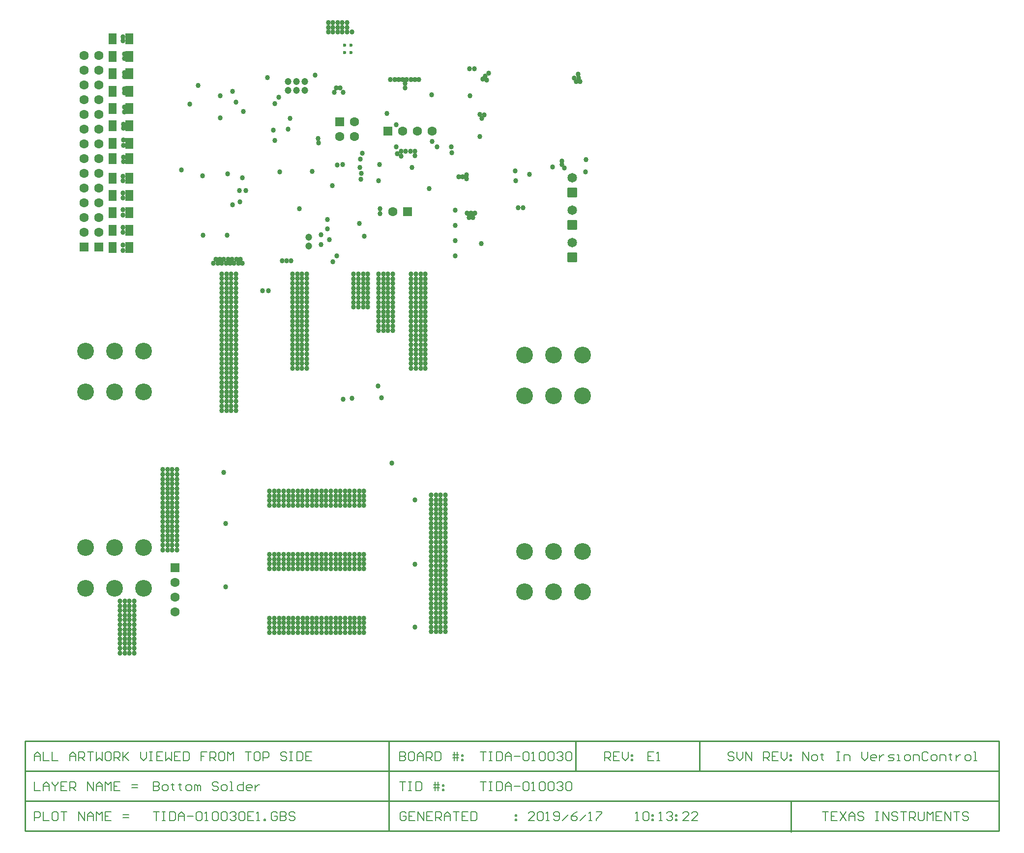
<source format=gbs>
G04 Layer_Color=16711935*
%FSAX25Y25*%
%MOIN*%
G70*
G01*
G75*
%ADD49C,0.01000*%
%ADD63C,0.00800*%
%ADD120R,0.05512X0.07677*%
%ADD140C,0.06299*%
%ADD141R,0.06299X0.06299*%
%ADD142C,0.11394*%
%ADD143C,0.04724*%
G04:AMPARAMS|DCode=144|XSize=64.96mil|YSize=64.96mil|CornerRadius=3.8mil|HoleSize=0mil|Usage=FLASHONLY|Rotation=90.000|XOffset=0mil|YOffset=0mil|HoleType=Round|Shape=RoundedRectangle|*
%AMROUNDEDRECTD144*
21,1,0.06496,0.05736,0,0,90.0*
21,1,0.05736,0.06496,0,0,90.0*
1,1,0.00760,0.02868,0.02868*
1,1,0.00760,0.02868,-0.02868*
1,1,0.00760,-0.02868,-0.02868*
1,1,0.00760,-0.02868,0.02868*
%
%ADD144ROUNDEDRECTD144*%
%ADD145C,0.06496*%
%ADD146R,0.06299X0.06299*%
%ADD147C,0.03394*%
%ADD148C,0.02362*%
G54D49*
X0559400Y0039400D02*
Y0059683D01*
X0440500Y0040050D02*
X0700200D01*
Y0101050D01*
X0286500Y0040050D02*
Y0101050D01*
X0040000Y0040050D02*
Y0101050D01*
X0040050Y0040050D02*
X0197600D01*
X0040050D02*
Y0101050D01*
Y0101050D02*
X0700200D01*
X0040000Y0040050D02*
X0440500D01*
X0040000Y0060383D02*
X0700000D01*
X0040000Y0080717D02*
X0700200D01*
X0413200D02*
Y0101050D01*
X0497200Y0080717D02*
Y0101050D01*
G54D63*
X0126900Y0073549D02*
Y0067551D01*
X0129899D01*
X0130899Y0068550D01*
Y0069550D01*
X0129899Y0070550D01*
X0126900D01*
X0129899D01*
X0130899Y0071549D01*
Y0072549D01*
X0129899Y0073549D01*
X0126900D01*
X0133898Y0067551D02*
X0135897D01*
X0136897Y0068550D01*
Y0070550D01*
X0135897Y0071549D01*
X0133898D01*
X0132898Y0070550D01*
Y0068550D01*
X0133898Y0067551D01*
X0139896Y0072549D02*
Y0071549D01*
X0138896D01*
X0140895D01*
X0139896D01*
Y0068550D01*
X0140895Y0067551D01*
X0144894Y0072549D02*
Y0071549D01*
X0143895D01*
X0145894D01*
X0144894D01*
Y0068550D01*
X0145894Y0067551D01*
X0149893D02*
X0151892D01*
X0152892Y0068550D01*
Y0070550D01*
X0151892Y0071549D01*
X0149893D01*
X0148893Y0070550D01*
Y0068550D01*
X0149893Y0067551D01*
X0154891D02*
Y0071549D01*
X0155891D01*
X0156890Y0070550D01*
Y0067551D01*
Y0070550D01*
X0157890Y0071549D01*
X0158890Y0070550D01*
Y0067551D01*
X0170886Y0072549D02*
X0169886Y0073549D01*
X0167887D01*
X0166887Y0072549D01*
Y0071549D01*
X0167887Y0070550D01*
X0169886D01*
X0170886Y0069550D01*
Y0068550D01*
X0169886Y0067551D01*
X0167887D01*
X0166887Y0068550D01*
X0173885Y0067551D02*
X0175884D01*
X0176884Y0068550D01*
Y0070550D01*
X0175884Y0071549D01*
X0173885D01*
X0172885Y0070550D01*
Y0068550D01*
X0173885Y0067551D01*
X0178883D02*
X0180883D01*
X0179883D01*
Y0073549D01*
X0178883D01*
X0187880D02*
Y0067551D01*
X0184881D01*
X0183882Y0068550D01*
Y0070550D01*
X0184881Y0071549D01*
X0187880D01*
X0192879Y0067551D02*
X0190879D01*
X0189880Y0068550D01*
Y0070550D01*
X0190879Y0071549D01*
X0192879D01*
X0193878Y0070550D01*
Y0069550D01*
X0189880D01*
X0195878Y0071549D02*
Y0067551D01*
Y0069550D01*
X0196877Y0070550D01*
X0197877Y0071549D01*
X0198877D01*
X0348550Y0073498D02*
X0352549D01*
X0350549D01*
Y0067500D01*
X0354548Y0073498D02*
X0356547D01*
X0355548D01*
Y0067500D01*
X0354548D01*
X0356547D01*
X0359546Y0073498D02*
Y0067500D01*
X0362545D01*
X0363545Y0068500D01*
Y0072498D01*
X0362545Y0073498D01*
X0359546D01*
X0365545Y0067500D02*
Y0071499D01*
X0367544Y0073498D01*
X0369543Y0071499D01*
Y0067500D01*
Y0070499D01*
X0365545D01*
X0371543D02*
X0375541D01*
X0377541Y0072498D02*
X0378540Y0073498D01*
X0380540D01*
X0381539Y0072498D01*
Y0068500D01*
X0380540Y0067500D01*
X0378540D01*
X0377541Y0068500D01*
Y0072498D01*
X0383539Y0067500D02*
X0385538D01*
X0384538D01*
Y0073498D01*
X0383539Y0072498D01*
X0388537D02*
X0389537Y0073498D01*
X0391536D01*
X0392536Y0072498D01*
Y0068500D01*
X0391536Y0067500D01*
X0389537D01*
X0388537Y0068500D01*
Y0072498D01*
X0394535D02*
X0395535Y0073498D01*
X0397534D01*
X0398534Y0072498D01*
Y0068500D01*
X0397534Y0067500D01*
X0395535D01*
X0394535Y0068500D01*
Y0072498D01*
X0400533D02*
X0401533Y0073498D01*
X0403532D01*
X0404532Y0072498D01*
Y0071499D01*
X0403532Y0070499D01*
X0402532D01*
X0403532D01*
X0404532Y0069499D01*
Y0068500D01*
X0403532Y0067500D01*
X0401533D01*
X0400533Y0068500D01*
X0406531Y0072498D02*
X0407531Y0073498D01*
X0409530D01*
X0410530Y0072498D01*
Y0068500D01*
X0409530Y0067500D01*
X0407531D01*
X0406531Y0068500D01*
Y0072498D01*
X0294000Y0073498D02*
X0297999D01*
X0295999D01*
Y0067500D01*
X0299998Y0073498D02*
X0301997D01*
X0300998D01*
Y0067500D01*
X0299998D01*
X0301997D01*
X0304996Y0073498D02*
Y0067500D01*
X0307996D01*
X0308995Y0068500D01*
Y0072498D01*
X0307996Y0073498D01*
X0304996D01*
X0317992Y0067500D02*
Y0073498D01*
X0319992D02*
Y0067500D01*
X0316993Y0071499D02*
X0319992D01*
X0320991D01*
X0316993Y0069499D02*
X0320991D01*
X0322991Y0071499D02*
X0323990D01*
Y0070499D01*
X0322991D01*
Y0071499D01*
Y0068500D02*
X0323990D01*
Y0067500D01*
X0322991D01*
Y0068500D01*
X0580500Y0052965D02*
X0584499D01*
X0582499D01*
Y0046966D01*
X0590497Y0052965D02*
X0586498D01*
Y0046966D01*
X0590497D01*
X0586498Y0049966D02*
X0588497D01*
X0592496Y0052965D02*
X0596495Y0046966D01*
Y0052965D02*
X0592496Y0046966D01*
X0598494D02*
Y0050965D01*
X0600493Y0052965D01*
X0602493Y0050965D01*
Y0046966D01*
Y0049966D01*
X0598494D01*
X0608491Y0051965D02*
X0607491Y0052965D01*
X0605492D01*
X0604492Y0051965D01*
Y0050965D01*
X0605492Y0049966D01*
X0607491D01*
X0608491Y0048966D01*
Y0047966D01*
X0607491Y0046966D01*
X0605492D01*
X0604492Y0047966D01*
X0616488Y0052965D02*
X0618488D01*
X0617488D01*
Y0046966D01*
X0616488D01*
X0618488D01*
X0621487D02*
Y0052965D01*
X0625486Y0046966D01*
Y0052965D01*
X0631484Y0051965D02*
X0630484Y0052965D01*
X0628484D01*
X0627485Y0051965D01*
Y0050965D01*
X0628484Y0049966D01*
X0630484D01*
X0631484Y0048966D01*
Y0047966D01*
X0630484Y0046966D01*
X0628484D01*
X0627485Y0047966D01*
X0633483Y0052965D02*
X0637482D01*
X0635482D01*
Y0046966D01*
X0639481D02*
Y0052965D01*
X0642480D01*
X0643480Y0051965D01*
Y0049966D01*
X0642480Y0048966D01*
X0639481D01*
X0641480D02*
X0643480Y0046966D01*
X0645479Y0052965D02*
Y0047966D01*
X0646479Y0046966D01*
X0648478D01*
X0649478Y0047966D01*
Y0052965D01*
X0651477Y0046966D02*
Y0052965D01*
X0653476Y0050965D01*
X0655476Y0052965D01*
Y0046966D01*
X0661474Y0052965D02*
X0657475D01*
Y0046966D01*
X0661474D01*
X0657475Y0049966D02*
X0659474D01*
X0663473Y0046966D02*
Y0052965D01*
X0667472Y0046966D01*
Y0052965D01*
X0669471D02*
X0673470D01*
X0671471D01*
Y0046966D01*
X0679468Y0051965D02*
X0678468Y0052965D01*
X0676469D01*
X0675469Y0051965D01*
Y0050965D01*
X0676469Y0049966D01*
X0678468D01*
X0679468Y0048966D01*
Y0047966D01*
X0678468Y0046966D01*
X0676469D01*
X0675469Y0047966D01*
X0454050Y0046966D02*
X0456049D01*
X0455050D01*
Y0052965D01*
X0454050Y0051965D01*
X0459048D02*
X0460048Y0052965D01*
X0462047D01*
X0463047Y0051965D01*
Y0047966D01*
X0462047Y0046966D01*
X0460048D01*
X0459048Y0047966D01*
Y0051965D01*
X0465046Y0050965D02*
X0466046D01*
Y0049966D01*
X0465046D01*
Y0050965D01*
Y0047966D02*
X0466046D01*
Y0046966D01*
X0465046D01*
Y0047966D01*
X0470045Y0046966D02*
X0472044D01*
X0471044D01*
Y0052965D01*
X0470045Y0051965D01*
X0475043D02*
X0476043Y0052965D01*
X0478042D01*
X0479042Y0051965D01*
Y0050965D01*
X0478042Y0049966D01*
X0477043D01*
X0478042D01*
X0479042Y0048966D01*
Y0047966D01*
X0478042Y0046966D01*
X0476043D01*
X0475043Y0047966D01*
X0481041Y0050965D02*
X0482041D01*
Y0049966D01*
X0481041D01*
Y0050965D01*
Y0047966D02*
X0482041D01*
Y0046966D01*
X0481041D01*
Y0047966D01*
X0490038Y0046966D02*
X0486040D01*
X0490038Y0050965D01*
Y0051965D01*
X0489039Y0052965D01*
X0487039D01*
X0486040Y0051965D01*
X0496036Y0046966D02*
X0492038D01*
X0496036Y0050965D01*
Y0051965D01*
X0495037Y0052965D01*
X0493037D01*
X0492038Y0051965D01*
X0046350Y0046966D02*
Y0052965D01*
X0049349D01*
X0050349Y0051965D01*
Y0049966D01*
X0049349Y0048966D01*
X0046350D01*
X0052348Y0052965D02*
Y0046966D01*
X0056347D01*
X0061345Y0052965D02*
X0059346D01*
X0058346Y0051965D01*
Y0047966D01*
X0059346Y0046966D01*
X0061345D01*
X0062345Y0047966D01*
Y0051965D01*
X0061345Y0052965D01*
X0064344D02*
X0068343D01*
X0066343D01*
Y0046966D01*
X0076340D02*
Y0052965D01*
X0080339Y0046966D01*
Y0052965D01*
X0082338Y0046966D02*
Y0050965D01*
X0084338Y0052965D01*
X0086337Y0050965D01*
Y0046966D01*
Y0049966D01*
X0082338D01*
X0088336Y0046966D02*
Y0052965D01*
X0090336Y0050965D01*
X0092335Y0052965D01*
Y0046966D01*
X0098333Y0052965D02*
X0094335D01*
Y0046966D01*
X0098333D01*
X0094335Y0049966D02*
X0096334D01*
X0106331Y0048966D02*
X0110329D01*
X0106331Y0050965D02*
X0110329D01*
X0046350Y0073549D02*
Y0067551D01*
X0050349D01*
X0052348D02*
Y0071549D01*
X0054347Y0073549D01*
X0056347Y0071549D01*
Y0067551D01*
Y0070550D01*
X0052348D01*
X0058346Y0073549D02*
Y0072549D01*
X0060346Y0070550D01*
X0062345Y0072549D01*
Y0073549D01*
X0060346Y0070550D02*
Y0067551D01*
X0068343Y0073549D02*
X0064344D01*
Y0067551D01*
X0068343D01*
X0064344Y0070550D02*
X0066343D01*
X0070342Y0067551D02*
Y0073549D01*
X0073341D01*
X0074341Y0072549D01*
Y0070550D01*
X0073341Y0069550D01*
X0070342D01*
X0072342D02*
X0074341Y0067551D01*
X0082338D02*
Y0073549D01*
X0086337Y0067551D01*
Y0073549D01*
X0088336Y0067551D02*
Y0071549D01*
X0090336Y0073549D01*
X0092335Y0071549D01*
Y0067551D01*
Y0070550D01*
X0088336D01*
X0094335Y0067551D02*
Y0073549D01*
X0096334Y0071549D01*
X0098333Y0073549D01*
Y0067551D01*
X0104331Y0073549D02*
X0100332D01*
Y0067551D01*
X0104331D01*
X0100332Y0070550D02*
X0102332D01*
X0112329Y0069550D02*
X0116327D01*
X0112329Y0071549D02*
X0116327D01*
X0294000Y0093831D02*
Y0087833D01*
X0296999D01*
X0297999Y0088833D01*
Y0089833D01*
X0296999Y0090832D01*
X0294000D01*
X0296999D01*
X0297999Y0091832D01*
Y0092832D01*
X0296999Y0093831D01*
X0294000D01*
X0302997D02*
X0300998D01*
X0299998Y0092832D01*
Y0088833D01*
X0300998Y0087833D01*
X0302997D01*
X0303997Y0088833D01*
Y0092832D01*
X0302997Y0093831D01*
X0305996Y0087833D02*
Y0091832D01*
X0307996Y0093831D01*
X0309995Y0091832D01*
Y0087833D01*
Y0090832D01*
X0305996D01*
X0311994Y0087833D02*
Y0093831D01*
X0314993D01*
X0315993Y0092832D01*
Y0090832D01*
X0314993Y0089833D01*
X0311994D01*
X0313994D02*
X0315993Y0087833D01*
X0317992Y0093831D02*
Y0087833D01*
X0320991D01*
X0321991Y0088833D01*
Y0092832D01*
X0320991Y0093831D01*
X0317992D01*
X0330988Y0087833D02*
Y0093831D01*
X0332987D02*
Y0087833D01*
X0329988Y0091832D02*
X0332987D01*
X0333987D01*
X0329988Y0089833D02*
X0333987D01*
X0335986Y0091832D02*
X0336986D01*
Y0090832D01*
X0335986D01*
Y0091832D01*
Y0088833D02*
X0336986D01*
Y0087833D01*
X0335986D01*
Y0088833D01*
X0348550Y0093831D02*
X0352549D01*
X0350549D01*
Y0087833D01*
X0354548Y0093831D02*
X0356547D01*
X0355548D01*
Y0087833D01*
X0354548D01*
X0356547D01*
X0359546Y0093831D02*
Y0087833D01*
X0362545D01*
X0363545Y0088833D01*
Y0092832D01*
X0362545Y0093831D01*
X0359546D01*
X0365545Y0087833D02*
Y0091832D01*
X0367544Y0093831D01*
X0369543Y0091832D01*
Y0087833D01*
Y0090832D01*
X0365545D01*
X0371543D02*
X0375541D01*
X0377541Y0092832D02*
X0378540Y0093831D01*
X0380540D01*
X0381539Y0092832D01*
Y0088833D01*
X0380540Y0087833D01*
X0378540D01*
X0377541Y0088833D01*
Y0092832D01*
X0383539Y0087833D02*
X0385538D01*
X0384538D01*
Y0093831D01*
X0383539Y0092832D01*
X0388537D02*
X0389537Y0093831D01*
X0391536D01*
X0392536Y0092832D01*
Y0088833D01*
X0391536Y0087833D01*
X0389537D01*
X0388537Y0088833D01*
Y0092832D01*
X0394535D02*
X0395535Y0093831D01*
X0397534D01*
X0398534Y0092832D01*
Y0088833D01*
X0397534Y0087833D01*
X0395535D01*
X0394535Y0088833D01*
Y0092832D01*
X0400533D02*
X0401533Y0093831D01*
X0403532D01*
X0404532Y0092832D01*
Y0091832D01*
X0403532Y0090832D01*
X0402532D01*
X0403532D01*
X0404532Y0089833D01*
Y0088833D01*
X0403532Y0087833D01*
X0401533D01*
X0400533Y0088833D01*
X0406531Y0092832D02*
X0407531Y0093831D01*
X0409530D01*
X0410530Y0092832D01*
Y0088833D01*
X0409530Y0087833D01*
X0407531D01*
X0406531Y0088833D01*
Y0092832D01*
X0466149Y0093831D02*
X0462150D01*
Y0087833D01*
X0466149D01*
X0462150Y0090832D02*
X0464149D01*
X0468148Y0087833D02*
X0470147D01*
X0469148D01*
Y0093831D01*
X0468148Y0092832D01*
X0046350Y0087833D02*
Y0091832D01*
X0048349Y0093831D01*
X0050349Y0091832D01*
Y0087833D01*
Y0090832D01*
X0046350D01*
X0052348Y0093831D02*
Y0087833D01*
X0056347D01*
X0058346Y0093831D02*
Y0087833D01*
X0062345D01*
X0070342D02*
Y0091832D01*
X0072342Y0093831D01*
X0074341Y0091832D01*
Y0087833D01*
Y0090832D01*
X0070342D01*
X0076340Y0087833D02*
Y0093831D01*
X0079339D01*
X0080339Y0092832D01*
Y0090832D01*
X0079339Y0089833D01*
X0076340D01*
X0078340D02*
X0080339Y0087833D01*
X0082338Y0093831D02*
X0086337D01*
X0084338D01*
Y0087833D01*
X0088336Y0093831D02*
Y0087833D01*
X0090336Y0089833D01*
X0092335Y0087833D01*
Y0093831D01*
X0097334D02*
X0095334D01*
X0094335Y0092832D01*
Y0088833D01*
X0095334Y0087833D01*
X0097334D01*
X0098333Y0088833D01*
Y0092832D01*
X0097334Y0093831D01*
X0100332Y0087833D02*
Y0093831D01*
X0103332D01*
X0104331Y0092832D01*
Y0090832D01*
X0103332Y0089833D01*
X0100332D01*
X0102332D02*
X0104331Y0087833D01*
X0106331Y0093831D02*
Y0087833D01*
Y0089833D01*
X0110329Y0093831D01*
X0107330Y0090832D01*
X0110329Y0087833D01*
X0118327Y0093831D02*
Y0089833D01*
X0120326Y0087833D01*
X0122325Y0089833D01*
Y0093831D01*
X0124325D02*
X0126324D01*
X0125324D01*
Y0087833D01*
X0124325D01*
X0126324D01*
X0133322Y0093831D02*
X0129323D01*
Y0087833D01*
X0133322D01*
X0129323Y0090832D02*
X0131323D01*
X0135321Y0093831D02*
Y0087833D01*
X0137321Y0089833D01*
X0139320Y0087833D01*
Y0093831D01*
X0145318D02*
X0141319D01*
Y0087833D01*
X0145318D01*
X0141319Y0090832D02*
X0143319D01*
X0147317Y0093831D02*
Y0087833D01*
X0150316D01*
X0151316Y0088833D01*
Y0092832D01*
X0150316Y0093831D01*
X0147317D01*
X0163312D02*
X0159313D01*
Y0090832D01*
X0161313D01*
X0159313D01*
Y0087833D01*
X0165312D02*
Y0093831D01*
X0168310D01*
X0169310Y0092832D01*
Y0090832D01*
X0168310Y0089833D01*
X0165312D01*
X0167311D02*
X0169310Y0087833D01*
X0174309Y0093831D02*
X0172309D01*
X0171310Y0092832D01*
Y0088833D01*
X0172309Y0087833D01*
X0174309D01*
X0175308Y0088833D01*
Y0092832D01*
X0174309Y0093831D01*
X0177308Y0087833D02*
Y0093831D01*
X0179307Y0091832D01*
X0181306Y0093831D01*
Y0087833D01*
X0189304Y0093831D02*
X0193303D01*
X0191303D01*
Y0087833D01*
X0198301Y0093831D02*
X0196301D01*
X0195302Y0092832D01*
Y0088833D01*
X0196301Y0087833D01*
X0198301D01*
X0199301Y0088833D01*
Y0092832D01*
X0198301Y0093831D01*
X0201300Y0087833D02*
Y0093831D01*
X0204299D01*
X0205299Y0092832D01*
Y0090832D01*
X0204299Y0089833D01*
X0201300D01*
X0217295Y0092832D02*
X0216295Y0093831D01*
X0214296D01*
X0213296Y0092832D01*
Y0091832D01*
X0214296Y0090832D01*
X0216295D01*
X0217295Y0089833D01*
Y0088833D01*
X0216295Y0087833D01*
X0214296D01*
X0213296Y0088833D01*
X0219294Y0093831D02*
X0221293D01*
X0220294D01*
Y0087833D01*
X0219294D01*
X0221293D01*
X0224292Y0093831D02*
Y0087833D01*
X0227291D01*
X0228291Y0088833D01*
Y0092832D01*
X0227291Y0093831D01*
X0224292D01*
X0234289D02*
X0230291D01*
Y0087833D01*
X0234289D01*
X0230291Y0090832D02*
X0232290D01*
X0298199Y0051965D02*
X0297199Y0052965D01*
X0295200D01*
X0294200Y0051965D01*
Y0047966D01*
X0295200Y0046966D01*
X0297199D01*
X0298199Y0047966D01*
Y0049966D01*
X0296199D01*
X0304197Y0052965D02*
X0300198D01*
Y0046966D01*
X0304197D01*
X0300198Y0049966D02*
X0302197D01*
X0306196Y0046966D02*
Y0052965D01*
X0310195Y0046966D01*
Y0052965D01*
X0316193D02*
X0312194D01*
Y0046966D01*
X0316193D01*
X0312194Y0049966D02*
X0314194D01*
X0318192Y0046966D02*
Y0052965D01*
X0321191D01*
X0322191Y0051965D01*
Y0049966D01*
X0321191Y0048966D01*
X0318192D01*
X0320192D02*
X0322191Y0046966D01*
X0324190D02*
Y0050965D01*
X0326190Y0052965D01*
X0328189Y0050965D01*
Y0046966D01*
Y0049966D01*
X0324190D01*
X0330188Y0052965D02*
X0334187D01*
X0332188D01*
Y0046966D01*
X0340185Y0052965D02*
X0336186D01*
Y0046966D01*
X0340185D01*
X0336186Y0049966D02*
X0338186D01*
X0342184Y0052965D02*
Y0046966D01*
X0345183D01*
X0346183Y0047966D01*
Y0051965D01*
X0345183Y0052965D01*
X0342184D01*
X0372175Y0050965D02*
X0373175D01*
Y0049966D01*
X0372175D01*
Y0050965D01*
Y0047966D02*
X0373175D01*
Y0046966D01*
X0372175D01*
Y0047966D01*
X0385149Y0046966D02*
X0381150D01*
X0385149Y0050965D01*
Y0051965D01*
X0384149Y0052965D01*
X0382150D01*
X0381150Y0051965D01*
X0387148D02*
X0388148Y0052965D01*
X0390147D01*
X0391147Y0051965D01*
Y0047966D01*
X0390147Y0046966D01*
X0388148D01*
X0387148Y0047966D01*
Y0051965D01*
X0393146Y0046966D02*
X0395146D01*
X0394146D01*
Y0052965D01*
X0393146Y0051965D01*
X0398145Y0047966D02*
X0399144Y0046966D01*
X0401144D01*
X0402143Y0047966D01*
Y0051965D01*
X0401144Y0052965D01*
X0399144D01*
X0398145Y0051965D01*
Y0050965D01*
X0399144Y0049966D01*
X0402143D01*
X0404143Y0046966D02*
X0408141Y0050965D01*
X0414139Y0052965D02*
X0412140Y0051965D01*
X0410141Y0049966D01*
Y0047966D01*
X0411140Y0046966D01*
X0413140D01*
X0414139Y0047966D01*
Y0048966D01*
X0413140Y0049966D01*
X0410141D01*
X0416139Y0046966D02*
X0420137Y0050965D01*
X0422137Y0046966D02*
X0424136D01*
X0423136D01*
Y0052965D01*
X0422137Y0051965D01*
X0427135Y0052965D02*
X0431134D01*
Y0051965D01*
X0427135Y0047966D01*
Y0046966D01*
X0126900Y0052965D02*
X0130899D01*
X0128899D01*
Y0046966D01*
X0132898Y0052965D02*
X0134897D01*
X0133898D01*
Y0046966D01*
X0132898D01*
X0134897D01*
X0137896Y0052965D02*
Y0046966D01*
X0140895D01*
X0141895Y0047966D01*
Y0051965D01*
X0140895Y0052965D01*
X0137896D01*
X0143895Y0046966D02*
Y0050965D01*
X0145894Y0052965D01*
X0147893Y0050965D01*
Y0046966D01*
Y0049966D01*
X0143895D01*
X0149893D02*
X0153891D01*
X0155891Y0051965D02*
X0156890Y0052965D01*
X0158890D01*
X0159889Y0051965D01*
Y0047966D01*
X0158890Y0046966D01*
X0156890D01*
X0155891Y0047966D01*
Y0051965D01*
X0161889Y0046966D02*
X0163888D01*
X0162888D01*
Y0052965D01*
X0161889Y0051965D01*
X0166887D02*
X0167887Y0052965D01*
X0169886D01*
X0170886Y0051965D01*
Y0047966D01*
X0169886Y0046966D01*
X0167887D01*
X0166887Y0047966D01*
Y0051965D01*
X0172885D02*
X0173885Y0052965D01*
X0175884D01*
X0176884Y0051965D01*
Y0047966D01*
X0175884Y0046966D01*
X0173885D01*
X0172885Y0047966D01*
Y0051965D01*
X0178883D02*
X0179883Y0052965D01*
X0181882D01*
X0182882Y0051965D01*
Y0050965D01*
X0181882Y0049966D01*
X0180883D01*
X0181882D01*
X0182882Y0048966D01*
Y0047966D01*
X0181882Y0046966D01*
X0179883D01*
X0178883Y0047966D01*
X0184881Y0051965D02*
X0185881Y0052965D01*
X0187880D01*
X0188880Y0051965D01*
Y0047966D01*
X0187880Y0046966D01*
X0185881D01*
X0184881Y0047966D01*
Y0051965D01*
X0194878Y0052965D02*
X0190879D01*
Y0046966D01*
X0194878D01*
X0190879Y0049966D02*
X0192879D01*
X0196877Y0046966D02*
X0198877D01*
X0197877D01*
Y0052965D01*
X0196877Y0051965D01*
X0201876Y0046966D02*
Y0047966D01*
X0202875D01*
Y0046966D01*
X0201876D01*
X0210873Y0051965D02*
X0209873Y0052965D01*
X0207874D01*
X0206874Y0051965D01*
Y0047966D01*
X0207874Y0046966D01*
X0209873D01*
X0210873Y0047966D01*
Y0049966D01*
X0208874D01*
X0212872Y0052965D02*
Y0046966D01*
X0215871D01*
X0216871Y0047966D01*
Y0048966D01*
X0215871Y0049966D01*
X0212872D01*
X0215871D01*
X0216871Y0050965D01*
Y0051965D01*
X0215871Y0052965D01*
X0212872D01*
X0222869Y0051965D02*
X0221869Y0052965D01*
X0219870D01*
X0218870Y0051965D01*
Y0050965D01*
X0219870Y0049966D01*
X0221869D01*
X0222869Y0048966D01*
Y0047966D01*
X0221869Y0046966D01*
X0219870D01*
X0218870Y0047966D01*
X0433000Y0087833D02*
Y0093831D01*
X0435999D01*
X0436999Y0092832D01*
Y0090832D01*
X0435999Y0089833D01*
X0433000D01*
X0434999D02*
X0436999Y0087833D01*
X0442997Y0093831D02*
X0438998D01*
Y0087833D01*
X0442997D01*
X0438998Y0090832D02*
X0440997D01*
X0444996Y0093831D02*
Y0089833D01*
X0446995Y0087833D01*
X0448995Y0089833D01*
Y0093831D01*
X0450994Y0091832D02*
X0451994D01*
Y0090832D01*
X0450994D01*
Y0091832D01*
Y0088833D02*
X0451994D01*
Y0087833D01*
X0450994D01*
Y0088833D01*
X0520799Y0092832D02*
X0519799Y0093831D01*
X0517800D01*
X0516800Y0092832D01*
Y0091832D01*
X0517800Y0090832D01*
X0519799D01*
X0520799Y0089833D01*
Y0088833D01*
X0519799Y0087833D01*
X0517800D01*
X0516800Y0088833D01*
X0522798Y0093831D02*
Y0089833D01*
X0524797Y0087833D01*
X0526797Y0089833D01*
Y0093831D01*
X0528796Y0087833D02*
Y0093831D01*
X0532795Y0087833D01*
Y0093831D01*
X0540792Y0087833D02*
Y0093831D01*
X0543791D01*
X0544791Y0092832D01*
Y0090832D01*
X0543791Y0089833D01*
X0540792D01*
X0542792D02*
X0544791Y0087833D01*
X0550789Y0093831D02*
X0546790D01*
Y0087833D01*
X0550789D01*
X0546790Y0090832D02*
X0548790D01*
X0552788Y0093831D02*
Y0089833D01*
X0554788Y0087833D01*
X0556787Y0089833D01*
Y0093831D01*
X0558786Y0091832D02*
X0559786D01*
Y0090832D01*
X0558786D01*
Y0091832D01*
Y0088833D02*
X0559786D01*
Y0087833D01*
X0558786D01*
Y0088833D01*
X0567400Y0087833D02*
Y0093831D01*
X0571399Y0087833D01*
Y0093831D01*
X0574398Y0087833D02*
X0576397D01*
X0577397Y0088833D01*
Y0090832D01*
X0576397Y0091832D01*
X0574398D01*
X0573398Y0090832D01*
Y0088833D01*
X0574398Y0087833D01*
X0580396Y0092832D02*
Y0091832D01*
X0579396D01*
X0581395D01*
X0580396D01*
Y0088833D01*
X0581395Y0087833D01*
X0590393Y0093831D02*
X0592392D01*
X0591392D01*
Y0087833D01*
X0590393D01*
X0592392D01*
X0595391D02*
Y0091832D01*
X0598390D01*
X0599390Y0090832D01*
Y0087833D01*
X0607387Y0093831D02*
Y0089833D01*
X0609386Y0087833D01*
X0611386Y0089833D01*
Y0093831D01*
X0616384Y0087833D02*
X0614385D01*
X0613385Y0088833D01*
Y0090832D01*
X0614385Y0091832D01*
X0616384D01*
X0617384Y0090832D01*
Y0089833D01*
X0613385D01*
X0619383Y0091832D02*
Y0087833D01*
Y0089833D01*
X0620383Y0090832D01*
X0621383Y0091832D01*
X0622382D01*
X0625381Y0087833D02*
X0628380D01*
X0629380Y0088833D01*
X0628380Y0089833D01*
X0626381D01*
X0625381Y0090832D01*
X0626381Y0091832D01*
X0629380D01*
X0631379Y0087833D02*
X0633379D01*
X0632379D01*
Y0091832D01*
X0631379D01*
X0637377Y0087833D02*
X0639377D01*
X0640376Y0088833D01*
Y0090832D01*
X0639377Y0091832D01*
X0637377D01*
X0636378Y0090832D01*
Y0088833D01*
X0637377Y0087833D01*
X0642376D02*
Y0091832D01*
X0645375D01*
X0646374Y0090832D01*
Y0087833D01*
X0652373Y0092832D02*
X0651373Y0093831D01*
X0649373D01*
X0648374Y0092832D01*
Y0088833D01*
X0649373Y0087833D01*
X0651373D01*
X0652373Y0088833D01*
X0655372Y0087833D02*
X0657371D01*
X0658371Y0088833D01*
Y0090832D01*
X0657371Y0091832D01*
X0655372D01*
X0654372Y0090832D01*
Y0088833D01*
X0655372Y0087833D01*
X0660370D02*
Y0091832D01*
X0663369D01*
X0664369Y0090832D01*
Y0087833D01*
X0667368Y0092832D02*
Y0091832D01*
X0666368D01*
X0668367D01*
X0667368D01*
Y0088833D01*
X0668367Y0087833D01*
X0671366Y0091832D02*
Y0087833D01*
Y0089833D01*
X0672366Y0090832D01*
X0673366Y0091832D01*
X0674365D01*
X0678364Y0087833D02*
X0680364D01*
X0681363Y0088833D01*
Y0090832D01*
X0680364Y0091832D01*
X0678364D01*
X0677364Y0090832D01*
Y0088833D01*
X0678364Y0087833D01*
X0683362D02*
X0685362D01*
X0684362D01*
Y0093831D01*
X0683362D01*
G54D120*
X0099382Y0577700D02*
D03*
X0110800D02*
D03*
X0099382Y0565892D02*
D03*
X0110800D02*
D03*
X0099382Y0554083D02*
D03*
X0110800D02*
D03*
X0099382Y0542275D02*
D03*
X0110800D02*
D03*
X0099382Y0530467D02*
D03*
X0110800D02*
D03*
X0099382Y0518658D02*
D03*
X0110800D02*
D03*
X0099382Y0506850D02*
D03*
X0110800D02*
D03*
X0099382Y0496342D02*
D03*
X0110800D02*
D03*
X0099382Y0483233D02*
D03*
X0110800D02*
D03*
X0099382Y0471425D02*
D03*
X0110800D02*
D03*
X0099382Y0459617D02*
D03*
X0110800D02*
D03*
X0099382Y0447808D02*
D03*
X0110800D02*
D03*
X0099382Y0436000D02*
D03*
X0110800D02*
D03*
G54D140*
X0090100Y0566300D02*
D03*
Y0556300D02*
D03*
Y0546300D02*
D03*
Y0536300D02*
D03*
Y0526300D02*
D03*
Y0516300D02*
D03*
Y0506300D02*
D03*
Y0496300D02*
D03*
Y0486300D02*
D03*
Y0476300D02*
D03*
Y0466300D02*
D03*
Y0456300D02*
D03*
Y0446300D02*
D03*
X0080000Y0566300D02*
D03*
Y0556300D02*
D03*
Y0546300D02*
D03*
Y0536300D02*
D03*
Y0526300D02*
D03*
Y0516300D02*
D03*
Y0506300D02*
D03*
Y0496300D02*
D03*
Y0486300D02*
D03*
Y0476300D02*
D03*
Y0466300D02*
D03*
Y0456300D02*
D03*
Y0446300D02*
D03*
X0141700Y0188700D02*
D03*
Y0198700D02*
D03*
Y0208700D02*
D03*
X0289200Y0460400D02*
D03*
X0296000Y0515200D02*
D03*
X0306000D02*
D03*
X0316000D02*
D03*
X0263400Y0521500D02*
D03*
X0253400Y0511500D02*
D03*
X0263400D02*
D03*
G54D141*
X0090100Y0436300D02*
D03*
X0080000D02*
D03*
X0141700Y0218700D02*
D03*
X0253400Y0521500D02*
D03*
G54D142*
X0080900Y0204800D02*
D03*
X0100600D02*
D03*
X0120300D02*
D03*
Y0232400D02*
D03*
X0100600D02*
D03*
X0080900D02*
D03*
Y0338100D02*
D03*
X0100600D02*
D03*
X0120300D02*
D03*
Y0365700D02*
D03*
X0100600D02*
D03*
X0080900D02*
D03*
X0378700Y0335600D02*
D03*
X0398400D02*
D03*
X0418100D02*
D03*
Y0363200D02*
D03*
X0398400D02*
D03*
X0378700D02*
D03*
Y0202300D02*
D03*
X0398400D02*
D03*
X0418100D02*
D03*
Y0229900D02*
D03*
X0398400D02*
D03*
X0378700D02*
D03*
G54D143*
X0232400Y0437247D02*
D03*
Y0443153D02*
D03*
X0218300Y0548653D02*
D03*
Y0542747D02*
D03*
X0224000Y0548653D02*
D03*
Y0542747D02*
D03*
X0229700Y0548653D02*
D03*
Y0542747D02*
D03*
G54D144*
X0410900Y0451350D02*
D03*
Y0473300D02*
D03*
Y0429400D02*
D03*
G54D145*
Y0461350D02*
D03*
Y0483300D02*
D03*
Y0439400D02*
D03*
G54D146*
X0299200Y0460400D02*
D03*
X0286000Y0515200D02*
D03*
G54D147*
X0251000Y0544400D02*
D03*
X0255600Y0333200D02*
D03*
X0261700Y0333800D02*
D03*
X0185200Y0474900D02*
D03*
X0180700Y0465200D02*
D03*
X0187400Y0483300D02*
D03*
X0258300Y0585500D02*
D03*
X0341400Y0557500D02*
D03*
X0279600Y0481500D02*
D03*
X0351400Y0526100D02*
D03*
X0176000Y0248800D02*
D03*
Y0205700D02*
D03*
X0304200Y0221000D02*
D03*
Y0264700D02*
D03*
X0318500Y0226500D02*
D03*
X0315300D02*
D03*
Y0232900D02*
D03*
Y0229700D02*
D03*
X0321700D02*
D03*
X0318500D02*
D03*
Y0236100D02*
D03*
Y0232900D02*
D03*
X0324900D02*
D03*
X0321700D02*
D03*
Y0239300D02*
D03*
Y0236100D02*
D03*
X0324900D02*
D03*
X0318500Y0261700D02*
D03*
Y0264900D02*
D03*
X0315300D02*
D03*
X0321700Y0261700D02*
D03*
Y0264900D02*
D03*
X0324900Y0261700D02*
D03*
X0315300Y0236100D02*
D03*
Y0239300D02*
D03*
Y0242500D02*
D03*
Y0245700D02*
D03*
Y0248900D02*
D03*
Y0252100D02*
D03*
Y0255300D02*
D03*
Y0258500D02*
D03*
Y0261700D02*
D03*
X0318500Y0255300D02*
D03*
Y0258500D02*
D03*
X0321700Y0255300D02*
D03*
Y0258500D02*
D03*
X0315300Y0268100D02*
D03*
X0246400Y0441400D02*
D03*
X0341700Y0539200D02*
D03*
X0414900Y0553900D02*
D03*
X0415200Y0551200D02*
D03*
X0416400Y0548700D02*
D03*
X0413700Y0548800D02*
D03*
X0412400Y0551100D02*
D03*
X0288700Y0289700D02*
D03*
X0113900Y0160900D02*
D03*
X0110700D02*
D03*
X0107500D02*
D03*
X0104300D02*
D03*
X0113900Y0164100D02*
D03*
X0110700D02*
D03*
X0107500D02*
D03*
X0104300D02*
D03*
X0113900Y0167300D02*
D03*
X0110700D02*
D03*
X0107500D02*
D03*
X0104300D02*
D03*
X0113900Y0170500D02*
D03*
X0110700D02*
D03*
X0107500D02*
D03*
X0104300D02*
D03*
X0113900Y0173700D02*
D03*
X0110700D02*
D03*
X0107500D02*
D03*
X0104300D02*
D03*
X0113900Y0176900D02*
D03*
X0110700D02*
D03*
X0107500D02*
D03*
X0104300D02*
D03*
X0113900Y0180100D02*
D03*
X0110700D02*
D03*
X0107500D02*
D03*
X0104300D02*
D03*
X0113900Y0183300D02*
D03*
X0110700D02*
D03*
X0107500D02*
D03*
X0104300D02*
D03*
X0113900Y0186500D02*
D03*
X0110700D02*
D03*
X0107500D02*
D03*
X0104300D02*
D03*
X0113900Y0189700D02*
D03*
X0110700D02*
D03*
X0107500D02*
D03*
X0104300D02*
D03*
X0113900Y0192900D02*
D03*
X0110700D02*
D03*
X0107500D02*
D03*
X0104300D02*
D03*
X0113900Y0196100D02*
D03*
X0110700D02*
D03*
X0107500D02*
D03*
X0104300D02*
D03*
X0133400Y0285300D02*
D03*
X0136600D02*
D03*
X0139800D02*
D03*
X0143000D02*
D03*
X0133400Y0282100D02*
D03*
X0143000D02*
D03*
X0139800D02*
D03*
X0136600D02*
D03*
X0133400Y0278900D02*
D03*
X0136600D02*
D03*
X0139800D02*
D03*
X0143000D02*
D03*
X0133400Y0275700D02*
D03*
X0136600D02*
D03*
X0139800D02*
D03*
X0143000D02*
D03*
X0133400Y0272500D02*
D03*
X0136600D02*
D03*
X0139800D02*
D03*
X0143000D02*
D03*
X0133400Y0269300D02*
D03*
X0136600D02*
D03*
X0139800D02*
D03*
X0143000D02*
D03*
X0133400Y0266100D02*
D03*
X0136600D02*
D03*
X0139800D02*
D03*
X0143000D02*
D03*
X0133400Y0262900D02*
D03*
X0136600D02*
D03*
X0139800D02*
D03*
X0143000D02*
D03*
X0133400Y0259700D02*
D03*
X0136600D02*
D03*
X0139800D02*
D03*
X0143000D02*
D03*
X0133400Y0256500D02*
D03*
X0136600D02*
D03*
X0139800D02*
D03*
X0143000D02*
D03*
X0133400Y0253300D02*
D03*
X0136600D02*
D03*
X0139800D02*
D03*
X0143000D02*
D03*
X0133400Y0250100D02*
D03*
X0136600D02*
D03*
X0139800D02*
D03*
X0143000D02*
D03*
X0133400Y0246900D02*
D03*
X0136600D02*
D03*
X0139800D02*
D03*
X0143000D02*
D03*
X0133400Y0243700D02*
D03*
X0136600D02*
D03*
X0139800D02*
D03*
X0143000D02*
D03*
X0133400Y0240500D02*
D03*
X0136600D02*
D03*
X0139800D02*
D03*
X0143000D02*
D03*
X0133400Y0237300D02*
D03*
X0136600D02*
D03*
X0139800D02*
D03*
X0143000D02*
D03*
X0133400Y0234100D02*
D03*
X0136600D02*
D03*
X0139800D02*
D03*
X0143000D02*
D03*
X0133400Y0230900D02*
D03*
X0136600D02*
D03*
X0139800D02*
D03*
X0143000D02*
D03*
X0324900Y0175300D02*
D03*
X0321700D02*
D03*
X0318500D02*
D03*
X0315300D02*
D03*
X0324900Y0178500D02*
D03*
X0321700D02*
D03*
X0318500D02*
D03*
X0315300D02*
D03*
X0324900Y0181700D02*
D03*
X0321700D02*
D03*
X0318500D02*
D03*
X0315300D02*
D03*
X0324900Y0184900D02*
D03*
X0321700D02*
D03*
X0318500D02*
D03*
X0315300D02*
D03*
X0324900Y0188100D02*
D03*
X0321700D02*
D03*
X0318500D02*
D03*
X0315300D02*
D03*
X0324900Y0191300D02*
D03*
X0321700D02*
D03*
X0318500D02*
D03*
X0315300D02*
D03*
X0324900Y0194500D02*
D03*
X0321700D02*
D03*
X0318500D02*
D03*
X0315300D02*
D03*
X0324900Y0197700D02*
D03*
X0321700D02*
D03*
X0318500D02*
D03*
X0315300D02*
D03*
X0324900Y0200900D02*
D03*
X0321700D02*
D03*
X0318500D02*
D03*
X0315300D02*
D03*
X0324900Y0204100D02*
D03*
X0321700D02*
D03*
X0318500D02*
D03*
X0315300D02*
D03*
X0324900Y0207300D02*
D03*
X0321700D02*
D03*
X0318500D02*
D03*
X0315300D02*
D03*
X0324900Y0210500D02*
D03*
X0321700D02*
D03*
X0318500D02*
D03*
X0315300D02*
D03*
X0324900Y0213700D02*
D03*
X0321700D02*
D03*
X0318500D02*
D03*
X0315300D02*
D03*
X0324900Y0216900D02*
D03*
X0321700D02*
D03*
X0318500D02*
D03*
X0315300D02*
D03*
X0324900Y0220100D02*
D03*
X0321700D02*
D03*
X0318500D02*
D03*
X0315300D02*
D03*
X0324900Y0223300D02*
D03*
X0321700D02*
D03*
X0318500D02*
D03*
X0315300D02*
D03*
X0324900Y0226500D02*
D03*
X0321700D02*
D03*
X0324900Y0229700D02*
D03*
Y0239300D02*
D03*
X0318500D02*
D03*
X0324900Y0242500D02*
D03*
X0321700D02*
D03*
X0318500D02*
D03*
X0324900Y0245700D02*
D03*
X0321700D02*
D03*
X0318500D02*
D03*
X0324900Y0248900D02*
D03*
X0321700D02*
D03*
X0318500D02*
D03*
X0324900Y0252100D02*
D03*
X0321700D02*
D03*
X0318500D02*
D03*
X0324900Y0255300D02*
D03*
Y0258500D02*
D03*
Y0264900D02*
D03*
Y0268100D02*
D03*
X0321700D02*
D03*
X0318500D02*
D03*
X0183000Y0325400D02*
D03*
X0179800D02*
D03*
X0176600D02*
D03*
X0173400D02*
D03*
X0183000Y0328600D02*
D03*
X0179800D02*
D03*
X0176600D02*
D03*
X0173400D02*
D03*
X0183000Y0331800D02*
D03*
X0179800D02*
D03*
X0176600D02*
D03*
X0173400D02*
D03*
X0183000Y0335000D02*
D03*
X0179800D02*
D03*
X0176600D02*
D03*
X0173400D02*
D03*
X0183000Y0338200D02*
D03*
X0179800D02*
D03*
X0176600D02*
D03*
X0173400D02*
D03*
X0183000Y0341400D02*
D03*
X0179800D02*
D03*
X0176600D02*
D03*
X0173400D02*
D03*
X0183000Y0344600D02*
D03*
X0179800D02*
D03*
X0176600D02*
D03*
X0173400D02*
D03*
X0183000Y0347800D02*
D03*
X0179800D02*
D03*
X0176600D02*
D03*
X0173400D02*
D03*
X0183000Y0351000D02*
D03*
X0179800D02*
D03*
X0176600D02*
D03*
X0173400D02*
D03*
X0183000Y0354200D02*
D03*
X0179800D02*
D03*
X0176600D02*
D03*
X0173400D02*
D03*
X0183000Y0357400D02*
D03*
X0173400D02*
D03*
X0176600D02*
D03*
X0179800D02*
D03*
X0183000Y0360600D02*
D03*
X0179800D02*
D03*
X0176600D02*
D03*
X0173400D02*
D03*
X0183000Y0363800D02*
D03*
X0179800D02*
D03*
X0176600D02*
D03*
X0173400D02*
D03*
X0183000Y0367000D02*
D03*
X0179800D02*
D03*
X0176600D02*
D03*
X0173400D02*
D03*
X0183000Y0370200D02*
D03*
X0179800D02*
D03*
X0176600D02*
D03*
X0173400D02*
D03*
X0183000Y0373400D02*
D03*
X0179800D02*
D03*
X0176600D02*
D03*
X0173400D02*
D03*
X0183000Y0376600D02*
D03*
X0179800D02*
D03*
X0176600D02*
D03*
X0173400D02*
D03*
X0183000Y0379800D02*
D03*
X0179800D02*
D03*
X0176600D02*
D03*
X0173400D02*
D03*
X0183000Y0383000D02*
D03*
X0179800D02*
D03*
X0176600D02*
D03*
X0173400D02*
D03*
X0183000Y0386200D02*
D03*
X0179800D02*
D03*
X0176600D02*
D03*
X0173400D02*
D03*
X0183000Y0389400D02*
D03*
X0179800D02*
D03*
X0176600D02*
D03*
X0173400D02*
D03*
X0183000Y0392600D02*
D03*
X0179800D02*
D03*
X0176600D02*
D03*
X0173400D02*
D03*
X0183000Y0395800D02*
D03*
X0179800D02*
D03*
X0176600D02*
D03*
X0173400D02*
D03*
X0183000Y0399000D02*
D03*
X0179800D02*
D03*
X0176600D02*
D03*
X0173400D02*
D03*
X0183000Y0402200D02*
D03*
X0179800D02*
D03*
X0176600D02*
D03*
X0173400D02*
D03*
X0183000Y0405400D02*
D03*
X0179800D02*
D03*
X0176600D02*
D03*
X0173400D02*
D03*
X0183000Y0408600D02*
D03*
X0179800D02*
D03*
X0176600D02*
D03*
X0173400D02*
D03*
X0183000Y0411800D02*
D03*
X0179800D02*
D03*
X0176600D02*
D03*
X0173400D02*
D03*
X0183000Y0415000D02*
D03*
X0179800D02*
D03*
X0176600D02*
D03*
X0173400D02*
D03*
X0183000Y0418200D02*
D03*
X0179800D02*
D03*
X0176600D02*
D03*
X0173400D02*
D03*
X0272400Y0395700D02*
D03*
X0269200D02*
D03*
X0266000D02*
D03*
X0262800D02*
D03*
X0272400Y0398900D02*
D03*
X0269200D02*
D03*
X0266000D02*
D03*
X0262800D02*
D03*
X0272400Y0402100D02*
D03*
X0269200D02*
D03*
X0266000D02*
D03*
X0262800D02*
D03*
X0272400Y0405300D02*
D03*
X0269200D02*
D03*
X0266000D02*
D03*
X0262800D02*
D03*
X0272400Y0408500D02*
D03*
X0269200D02*
D03*
X0266000D02*
D03*
X0262800D02*
D03*
X0272400Y0411700D02*
D03*
X0269200D02*
D03*
X0266000D02*
D03*
X0262800D02*
D03*
X0272400Y0414900D02*
D03*
X0269200D02*
D03*
X0266000D02*
D03*
X0262800D02*
D03*
X0272400Y0418100D02*
D03*
X0269200D02*
D03*
X0266000D02*
D03*
X0262800D02*
D03*
X0279700D02*
D03*
X0282900D02*
D03*
X0286100D02*
D03*
X0289300D02*
D03*
X0279700Y0414900D02*
D03*
X0282900D02*
D03*
X0286100D02*
D03*
X0289300D02*
D03*
X0279700Y0411700D02*
D03*
X0282900D02*
D03*
X0286100D02*
D03*
X0289300D02*
D03*
X0279700Y0408500D02*
D03*
X0282900D02*
D03*
X0286100D02*
D03*
X0289300D02*
D03*
X0279700Y0405300D02*
D03*
X0282900D02*
D03*
X0286100D02*
D03*
X0289300D02*
D03*
X0279700Y0402100D02*
D03*
X0282900D02*
D03*
X0286100D02*
D03*
X0289300D02*
D03*
X0279700Y0398900D02*
D03*
X0282900D02*
D03*
X0286100D02*
D03*
X0289300D02*
D03*
X0279700Y0395700D02*
D03*
X0282900D02*
D03*
X0286100D02*
D03*
X0289300D02*
D03*
X0279700Y0392500D02*
D03*
X0282900D02*
D03*
X0286100D02*
D03*
X0289300D02*
D03*
X0279700Y0389300D02*
D03*
X0282900D02*
D03*
X0286100D02*
D03*
X0289300D02*
D03*
X0279700Y0386100D02*
D03*
X0282900D02*
D03*
X0286100D02*
D03*
X0289300D02*
D03*
X0279700Y0382900D02*
D03*
X0282900D02*
D03*
X0286100D02*
D03*
X0289300D02*
D03*
X0279700Y0379700D02*
D03*
X0282900D02*
D03*
X0286100D02*
D03*
X0289300D02*
D03*
X0311400Y0354100D02*
D03*
X0308200D02*
D03*
X0305000D02*
D03*
X0301800D02*
D03*
X0311400Y0357300D02*
D03*
X0301800D02*
D03*
X0305000D02*
D03*
X0308200D02*
D03*
X0311400Y0360500D02*
D03*
X0308200D02*
D03*
X0305000D02*
D03*
X0301800D02*
D03*
X0311400Y0363700D02*
D03*
X0308200D02*
D03*
X0305000D02*
D03*
X0301800D02*
D03*
X0311400Y0366900D02*
D03*
X0308200D02*
D03*
X0305000D02*
D03*
X0301800D02*
D03*
X0311400Y0370100D02*
D03*
X0308200D02*
D03*
X0305000D02*
D03*
X0301800D02*
D03*
X0311400Y0373300D02*
D03*
X0308200D02*
D03*
X0305000D02*
D03*
X0301800D02*
D03*
X0311400Y0376500D02*
D03*
X0308200D02*
D03*
X0305000D02*
D03*
X0301800D02*
D03*
X0311400Y0379700D02*
D03*
X0308200D02*
D03*
X0305000D02*
D03*
X0301800D02*
D03*
X0311400Y0382900D02*
D03*
X0308200D02*
D03*
X0305000D02*
D03*
X0301800D02*
D03*
X0311400Y0386100D02*
D03*
X0308200D02*
D03*
X0305000D02*
D03*
X0301800D02*
D03*
X0311400Y0389300D02*
D03*
X0308200D02*
D03*
X0305000D02*
D03*
X0301800D02*
D03*
X0311400Y0392500D02*
D03*
X0308200D02*
D03*
X0305000D02*
D03*
X0301800D02*
D03*
X0311400Y0395700D02*
D03*
X0308200D02*
D03*
X0305000D02*
D03*
X0301800D02*
D03*
X0311400Y0398900D02*
D03*
X0308200D02*
D03*
X0305000D02*
D03*
X0301800D02*
D03*
X0311400Y0402100D02*
D03*
X0308200D02*
D03*
X0305000D02*
D03*
X0301800D02*
D03*
X0311400Y0405300D02*
D03*
X0308200D02*
D03*
X0305000D02*
D03*
X0301800D02*
D03*
X0311400Y0408500D02*
D03*
X0308200D02*
D03*
X0305000D02*
D03*
X0301800D02*
D03*
X0311400Y0411700D02*
D03*
X0308200D02*
D03*
X0305000D02*
D03*
X0301800D02*
D03*
X0311400Y0414900D02*
D03*
X0308200D02*
D03*
X0305000D02*
D03*
X0301800D02*
D03*
X0311400Y0418100D02*
D03*
X0308200D02*
D03*
X0305000D02*
D03*
X0301800D02*
D03*
X0205700Y0261200D02*
D03*
Y0264400D02*
D03*
Y0267600D02*
D03*
Y0270800D02*
D03*
X0208900Y0261200D02*
D03*
Y0270800D02*
D03*
Y0267600D02*
D03*
Y0264400D02*
D03*
X0212100Y0261200D02*
D03*
Y0264400D02*
D03*
Y0267600D02*
D03*
Y0270800D02*
D03*
X0215300Y0261200D02*
D03*
Y0264400D02*
D03*
Y0267600D02*
D03*
Y0270800D02*
D03*
X0218500Y0261200D02*
D03*
Y0264400D02*
D03*
Y0267600D02*
D03*
Y0270800D02*
D03*
X0221700Y0261200D02*
D03*
Y0264400D02*
D03*
Y0267600D02*
D03*
Y0270800D02*
D03*
X0224900Y0261200D02*
D03*
Y0264400D02*
D03*
Y0267600D02*
D03*
Y0270800D02*
D03*
X0228100Y0261200D02*
D03*
Y0264400D02*
D03*
Y0267600D02*
D03*
Y0270800D02*
D03*
X0231300Y0261200D02*
D03*
Y0264400D02*
D03*
Y0267600D02*
D03*
Y0270800D02*
D03*
X0234500Y0261200D02*
D03*
Y0264400D02*
D03*
Y0267600D02*
D03*
Y0270800D02*
D03*
X0237700Y0261200D02*
D03*
Y0264400D02*
D03*
Y0267600D02*
D03*
Y0270800D02*
D03*
X0240900Y0261200D02*
D03*
Y0264400D02*
D03*
Y0267600D02*
D03*
Y0270800D02*
D03*
X0244100Y0261200D02*
D03*
Y0264400D02*
D03*
Y0267600D02*
D03*
Y0270800D02*
D03*
X0247300Y0261200D02*
D03*
Y0264400D02*
D03*
Y0267600D02*
D03*
Y0270800D02*
D03*
X0250500Y0261200D02*
D03*
Y0264400D02*
D03*
Y0267600D02*
D03*
Y0270800D02*
D03*
X0253700Y0261200D02*
D03*
Y0264400D02*
D03*
Y0267600D02*
D03*
Y0270800D02*
D03*
X0256900Y0261200D02*
D03*
Y0264400D02*
D03*
Y0267600D02*
D03*
Y0270800D02*
D03*
X0260100Y0261200D02*
D03*
Y0264400D02*
D03*
Y0267600D02*
D03*
Y0270800D02*
D03*
X0263300Y0261200D02*
D03*
Y0264400D02*
D03*
Y0267600D02*
D03*
Y0270800D02*
D03*
X0266500Y0261200D02*
D03*
Y0264400D02*
D03*
Y0267600D02*
D03*
Y0270800D02*
D03*
X0269700Y0261200D02*
D03*
Y0264400D02*
D03*
Y0267600D02*
D03*
Y0270800D02*
D03*
X0205700Y0218200D02*
D03*
Y0221400D02*
D03*
Y0224600D02*
D03*
Y0227800D02*
D03*
X0208900Y0218200D02*
D03*
Y0227800D02*
D03*
Y0224600D02*
D03*
Y0221400D02*
D03*
X0212100Y0218200D02*
D03*
Y0221400D02*
D03*
Y0224600D02*
D03*
Y0227800D02*
D03*
X0215300Y0218200D02*
D03*
Y0221400D02*
D03*
Y0224600D02*
D03*
Y0227800D02*
D03*
X0218500Y0218200D02*
D03*
Y0221400D02*
D03*
Y0224600D02*
D03*
Y0227800D02*
D03*
X0221700Y0218200D02*
D03*
Y0221400D02*
D03*
Y0224600D02*
D03*
Y0227800D02*
D03*
X0224900Y0218200D02*
D03*
Y0221400D02*
D03*
Y0224600D02*
D03*
Y0227800D02*
D03*
X0228100Y0218200D02*
D03*
Y0221400D02*
D03*
Y0224600D02*
D03*
Y0227800D02*
D03*
X0231300Y0218200D02*
D03*
Y0221400D02*
D03*
Y0224600D02*
D03*
Y0227800D02*
D03*
X0234500Y0218200D02*
D03*
Y0221400D02*
D03*
Y0224600D02*
D03*
Y0227800D02*
D03*
X0237700Y0218200D02*
D03*
Y0221400D02*
D03*
Y0224600D02*
D03*
Y0227800D02*
D03*
X0240900Y0218200D02*
D03*
Y0221400D02*
D03*
Y0224600D02*
D03*
Y0227800D02*
D03*
X0244100Y0218200D02*
D03*
Y0221400D02*
D03*
Y0224600D02*
D03*
Y0227800D02*
D03*
X0247300Y0218200D02*
D03*
Y0221400D02*
D03*
Y0224600D02*
D03*
Y0227800D02*
D03*
X0250500Y0218200D02*
D03*
Y0221400D02*
D03*
Y0224600D02*
D03*
Y0227800D02*
D03*
X0253700Y0218200D02*
D03*
Y0221400D02*
D03*
Y0224600D02*
D03*
Y0227800D02*
D03*
X0256900Y0218200D02*
D03*
Y0221400D02*
D03*
Y0224600D02*
D03*
Y0227800D02*
D03*
X0260100Y0218200D02*
D03*
Y0221400D02*
D03*
Y0224600D02*
D03*
Y0227800D02*
D03*
X0263300Y0218200D02*
D03*
Y0221400D02*
D03*
Y0224600D02*
D03*
Y0227800D02*
D03*
X0266500Y0218200D02*
D03*
Y0221400D02*
D03*
Y0224600D02*
D03*
Y0227800D02*
D03*
X0269700Y0218200D02*
D03*
Y0221400D02*
D03*
Y0224600D02*
D03*
Y0227800D02*
D03*
X0205800Y0174900D02*
D03*
Y0178100D02*
D03*
Y0181300D02*
D03*
Y0184500D02*
D03*
X0209000Y0174900D02*
D03*
Y0184500D02*
D03*
Y0181300D02*
D03*
Y0178100D02*
D03*
X0212200Y0174900D02*
D03*
Y0178100D02*
D03*
Y0181300D02*
D03*
Y0184500D02*
D03*
X0215400Y0174900D02*
D03*
Y0178100D02*
D03*
Y0181300D02*
D03*
Y0184500D02*
D03*
X0218600Y0174900D02*
D03*
Y0178100D02*
D03*
Y0181300D02*
D03*
Y0184500D02*
D03*
X0221800Y0174900D02*
D03*
Y0178100D02*
D03*
Y0181300D02*
D03*
Y0184500D02*
D03*
X0225000Y0174900D02*
D03*
Y0178100D02*
D03*
Y0181300D02*
D03*
Y0184500D02*
D03*
X0228200Y0174900D02*
D03*
Y0178100D02*
D03*
Y0181300D02*
D03*
Y0184500D02*
D03*
X0231400Y0174900D02*
D03*
Y0178100D02*
D03*
Y0181300D02*
D03*
Y0184500D02*
D03*
X0234600Y0174900D02*
D03*
Y0178100D02*
D03*
Y0181300D02*
D03*
Y0184500D02*
D03*
X0237800Y0174900D02*
D03*
Y0178100D02*
D03*
Y0181300D02*
D03*
Y0184500D02*
D03*
X0241000Y0174900D02*
D03*
Y0178100D02*
D03*
Y0181300D02*
D03*
Y0184500D02*
D03*
X0244200Y0174900D02*
D03*
Y0178100D02*
D03*
Y0181300D02*
D03*
Y0184500D02*
D03*
X0247400Y0174900D02*
D03*
Y0178100D02*
D03*
Y0181300D02*
D03*
Y0184500D02*
D03*
X0250600Y0174900D02*
D03*
Y0178100D02*
D03*
Y0181300D02*
D03*
Y0184500D02*
D03*
X0253800Y0174900D02*
D03*
Y0178100D02*
D03*
Y0181300D02*
D03*
Y0184500D02*
D03*
X0257000Y0174900D02*
D03*
Y0178100D02*
D03*
Y0181300D02*
D03*
Y0184500D02*
D03*
X0260200Y0174900D02*
D03*
Y0178100D02*
D03*
Y0181300D02*
D03*
Y0184500D02*
D03*
X0263400Y0174900D02*
D03*
Y0178100D02*
D03*
Y0181300D02*
D03*
Y0184500D02*
D03*
X0266600Y0174900D02*
D03*
Y0178100D02*
D03*
Y0181300D02*
D03*
Y0184500D02*
D03*
X0269800Y0174900D02*
D03*
Y0178100D02*
D03*
Y0181300D02*
D03*
Y0184500D02*
D03*
X0230900Y0354200D02*
D03*
X0227700D02*
D03*
X0224500D02*
D03*
X0221300D02*
D03*
X0230900Y0357400D02*
D03*
X0227700D02*
D03*
X0224500D02*
D03*
X0221300D02*
D03*
X0230900Y0360600D02*
D03*
X0227700D02*
D03*
X0224500D02*
D03*
X0221300D02*
D03*
X0230900Y0363800D02*
D03*
X0227700D02*
D03*
X0224500D02*
D03*
X0221300D02*
D03*
X0230900Y0367000D02*
D03*
X0227700D02*
D03*
X0224500D02*
D03*
X0221300D02*
D03*
X0230900Y0370200D02*
D03*
X0227700D02*
D03*
X0224500D02*
D03*
X0221300D02*
D03*
X0230900Y0373400D02*
D03*
X0227700D02*
D03*
X0224500D02*
D03*
X0221300D02*
D03*
X0230900Y0376600D02*
D03*
X0227700D02*
D03*
X0224500D02*
D03*
X0221300D02*
D03*
X0230900Y0379800D02*
D03*
X0227700D02*
D03*
X0224500D02*
D03*
X0221300D02*
D03*
X0230900Y0383000D02*
D03*
X0227700D02*
D03*
X0224500D02*
D03*
X0221300D02*
D03*
X0230900Y0386200D02*
D03*
X0227700D02*
D03*
X0224500D02*
D03*
X0221300D02*
D03*
X0230900Y0389400D02*
D03*
X0227700D02*
D03*
X0224500D02*
D03*
X0221300D02*
D03*
X0230900Y0392600D02*
D03*
X0227700D02*
D03*
X0224500D02*
D03*
X0221300D02*
D03*
X0230900Y0395800D02*
D03*
X0227700D02*
D03*
X0224500D02*
D03*
X0221300D02*
D03*
X0230900Y0399000D02*
D03*
X0227700D02*
D03*
X0224500D02*
D03*
X0221300D02*
D03*
X0230900Y0402200D02*
D03*
X0227700D02*
D03*
X0224500D02*
D03*
X0221300D02*
D03*
X0230900Y0405400D02*
D03*
X0227700D02*
D03*
X0224500D02*
D03*
X0221300D02*
D03*
X0230900Y0408600D02*
D03*
X0227700D02*
D03*
X0224500D02*
D03*
X0221300D02*
D03*
X0230900Y0411800D02*
D03*
X0227700D02*
D03*
X0224500D02*
D03*
X0221300D02*
D03*
X0224500Y0415000D02*
D03*
X0227700D02*
D03*
X0230900D02*
D03*
X0221300D02*
D03*
X0230900Y0418200D02*
D03*
X0227700D02*
D03*
X0224500D02*
D03*
X0374300Y0463000D02*
D03*
X0349700Y0523800D02*
D03*
X0348400Y0526300D02*
D03*
X0354400Y0554400D02*
D03*
X0352900Y0549700D02*
D03*
X0350260Y0550460D02*
D03*
X0344700Y0557500D02*
D03*
X0372500Y0481400D02*
D03*
X0372400Y0488200D02*
D03*
X0405700Y0490100D02*
D03*
X0403900Y0492300D02*
D03*
Y0494900D02*
D03*
X0301557Y0550200D02*
D03*
X0297500Y0547400D02*
D03*
X0280700Y0462300D02*
D03*
X0348200Y0511300D02*
D03*
X0333900Y0484200D02*
D03*
X0336700D02*
D03*
X0339200Y0485600D02*
D03*
Y0482800D02*
D03*
X0344900Y0459400D02*
D03*
X0342200D02*
D03*
X0339500D02*
D03*
X0340900Y0456500D02*
D03*
X0343600D02*
D03*
X0313900Y0476200D02*
D03*
X0331500Y0430450D02*
D03*
Y0440800D02*
D03*
Y0451150D02*
D03*
Y0461500D02*
D03*
X0349200Y0438700D02*
D03*
X0307100Y0550200D02*
D03*
X0304328D02*
D03*
X0298786D02*
D03*
X0296014D02*
D03*
X0293243D02*
D03*
X0290471D02*
D03*
X0146100Y0488900D02*
D03*
X0279300Y0342000D02*
D03*
X0182900Y0534700D02*
D03*
X0160200Y0484900D02*
D03*
X0157400Y0546100D02*
D03*
X0187900Y0528600D02*
D03*
X0304200Y0178600D02*
D03*
X0281700Y0334000D02*
D03*
X0221300Y0418200D02*
D03*
X0180600Y0542200D02*
D03*
X0212800Y0487500D02*
D03*
X0212000Y0538200D02*
D03*
X0209400Y0533700D02*
D03*
X0208400Y0515800D02*
D03*
X0172300Y0524100D02*
D03*
X0151600Y0533300D02*
D03*
X0382000Y0485800D02*
D03*
X0319200Y0504500D02*
D03*
X0316000Y0508100D02*
D03*
X0329100Y0504500D02*
D03*
X0329200Y0500300D02*
D03*
X0169200Y0428000D02*
D03*
X0172000D02*
D03*
X0174800D02*
D03*
X0177600D02*
D03*
X0180400D02*
D03*
X0183200D02*
D03*
X0186000D02*
D03*
X0187400Y0425500D02*
D03*
X0184600D02*
D03*
X0181800D02*
D03*
X0167800D02*
D03*
X0170600D02*
D03*
X0173400D02*
D03*
X0176200D02*
D03*
X0179000D02*
D03*
X0106400Y0579250D02*
D03*
Y0576500D02*
D03*
X0107300Y0564600D02*
D03*
Y0567350D02*
D03*
Y0552105D02*
D03*
Y0554854D02*
D03*
Y0541000D02*
D03*
Y0543750D02*
D03*
X0107276Y0528260D02*
D03*
X0107300Y0531500D02*
D03*
X0106600Y0519800D02*
D03*
Y0509000D02*
D03*
Y0505600D02*
D03*
X0106300Y0437700D02*
D03*
Y0434200D02*
D03*
Y0449700D02*
D03*
Y0446400D02*
D03*
Y0461700D02*
D03*
Y0458200D02*
D03*
Y0473200D02*
D03*
Y0469800D02*
D03*
Y0484500D02*
D03*
X0106600Y0497600D02*
D03*
Y0494400D02*
D03*
X0106300Y0481600D02*
D03*
X0106600Y0517000D02*
D03*
X0214200Y0427200D02*
D03*
X0177000Y0444600D02*
D03*
X0160500D02*
D03*
X0200900Y0406800D02*
D03*
X0205100D02*
D03*
X0245500Y0582300D02*
D03*
Y0585500D02*
D03*
Y0588700D02*
D03*
X0248700Y0582300D02*
D03*
Y0585500D02*
D03*
Y0588700D02*
D03*
X0251900Y0582300D02*
D03*
Y0585500D02*
D03*
Y0588700D02*
D03*
X0255100Y0582300D02*
D03*
Y0585500D02*
D03*
Y0588700D02*
D03*
X0258300Y0582300D02*
D03*
Y0588700D02*
D03*
X0261500Y0582300D02*
D03*
X0297500Y0544300D02*
D03*
X0287700Y0550200D02*
D03*
X0397700Y0490700D02*
D03*
X0377500Y0463000D02*
D03*
X0420300Y0495700D02*
D03*
X0420100Y0487400D02*
D03*
X0174800Y0283400D02*
D03*
X0266800Y0452400D02*
D03*
X0219800Y0523700D02*
D03*
X0245100Y0455100D02*
D03*
X0248400Y0478100D02*
D03*
X0189800Y0474900D02*
D03*
X0280700Y0459100D02*
D03*
X0267600Y0482400D02*
D03*
X0267200Y0496159D02*
D03*
X0268700Y0500200D02*
D03*
X0268100Y0486600D02*
D03*
X0315600Y0539900D02*
D03*
X0280200Y0492300D02*
D03*
X0291600Y0519300D02*
D03*
Y0504600D02*
D03*
X0302200Y0490600D02*
D03*
X0269900Y0443900D02*
D03*
X0218400Y0516379D02*
D03*
X0209400Y0508900D02*
D03*
X0285400Y0527200D02*
D03*
X0217250Y0427200D02*
D03*
X0249500Y0541600D02*
D03*
X0295100Y0498200D02*
D03*
X0304300Y0498400D02*
D03*
Y0501500D02*
D03*
X0301200D02*
D03*
X0298100D02*
D03*
X0295000D02*
D03*
X0267100Y0490300D02*
D03*
X0255400Y0492400D02*
D03*
X0251500Y0492100D02*
D03*
X0244900Y0448900D02*
D03*
X0240800Y0444700D02*
D03*
X0240600Y0438200D02*
D03*
X0248600Y0426350D02*
D03*
X0238900Y0507000D02*
D03*
X0238700Y0510000D02*
D03*
X0234500Y0487800D02*
D03*
X0177400Y0486200D02*
D03*
X0172300Y0539000D02*
D03*
X0220300Y0427200D02*
D03*
X0292400Y0499800D02*
D03*
X0352100Y0552600D02*
D03*
X0251200Y0430500D02*
D03*
X0204400Y0551400D02*
D03*
X0236500Y0553000D02*
D03*
X0253800Y0544400D02*
D03*
X0255700Y0541600D02*
D03*
X0185500Y0467000D02*
D03*
X0226000Y0462300D02*
D03*
G54D148*
X0261065Y0568341D02*
D03*
X0256735D02*
D03*
X0261065Y0573459D02*
D03*
X0256735D02*
D03*
M02*

</source>
